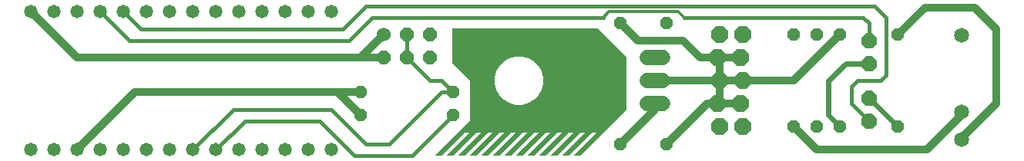
<source format=gbl>
G04 EAGLE Gerber RS-274X export*
G75*
%MOMM*%
%FSLAX34Y34*%
%LPD*%
%INBottom Copper*%
%IPPOS*%
%AMOC8*
5,1,8,0,0,1.08239X$1,22.5*%
G01*
%ADD10P,1.429621X8X202.500000*%
%ADD11P,1.429621X8X22.500000*%
%ADD12P,1.814519X8X292.500000*%
%ADD13C,1.676400*%
%ADD14P,1.429621X8X292.500000*%
%ADD15P,1.429621X8X112.500000*%
%ADD16C,1.473200*%
%ADD17C,1.650000*%
%ADD18P,2.034460X8X112.500000*%
%ADD19C,1.524000*%
%ADD20P,1.649562X8X22.500000*%
%ADD21P,1.814519X8X112.500000*%
%ADD22C,0.812800*%
%ADD23C,0.609600*%
%ADD24C,0.406400*%
%ADD25C,0.304800*%

G36*
X469908Y12194D02*
X469908Y12194D01*
X469915Y12193D01*
X470005Y12214D01*
X470097Y12232D01*
X470103Y12237D01*
X470111Y12239D01*
X470259Y12341D01*
X495510Y37593D01*
X500425Y37593D01*
X475891Y13059D01*
X475890Y13056D01*
X475888Y13055D01*
X475835Y12974D01*
X475780Y12892D01*
X475780Y12889D01*
X475778Y12887D01*
X475761Y12791D01*
X475743Y12695D01*
X475743Y12692D01*
X475743Y12690D01*
X475764Y12593D01*
X475784Y12499D01*
X475786Y12497D01*
X475786Y12494D01*
X475843Y12414D01*
X475899Y12334D01*
X475901Y12333D01*
X475902Y12331D01*
X475985Y12279D01*
X476068Y12227D01*
X476070Y12226D01*
X476073Y12225D01*
X476250Y12193D01*
X482600Y12193D01*
X482608Y12194D01*
X482615Y12193D01*
X482705Y12214D01*
X482797Y12232D01*
X482803Y12237D01*
X482811Y12239D01*
X482959Y12341D01*
X508210Y37593D01*
X513125Y37593D01*
X488591Y13059D01*
X488590Y13056D01*
X488588Y13055D01*
X488535Y12974D01*
X488480Y12892D01*
X488480Y12889D01*
X488478Y12887D01*
X488461Y12791D01*
X488443Y12695D01*
X488443Y12692D01*
X488443Y12690D01*
X488464Y12593D01*
X488484Y12499D01*
X488486Y12497D01*
X488486Y12494D01*
X488543Y12414D01*
X488599Y12334D01*
X488601Y12333D01*
X488602Y12331D01*
X488685Y12279D01*
X488768Y12227D01*
X488770Y12226D01*
X488773Y12225D01*
X488950Y12193D01*
X495300Y12193D01*
X495308Y12194D01*
X495315Y12193D01*
X495405Y12214D01*
X495497Y12232D01*
X495503Y12237D01*
X495511Y12239D01*
X495659Y12341D01*
X520910Y37593D01*
X525825Y37593D01*
X501291Y13059D01*
X501290Y13056D01*
X501288Y13055D01*
X501235Y12974D01*
X501180Y12892D01*
X501180Y12889D01*
X501178Y12887D01*
X501161Y12791D01*
X501143Y12695D01*
X501143Y12692D01*
X501143Y12690D01*
X501164Y12593D01*
X501184Y12499D01*
X501186Y12497D01*
X501186Y12494D01*
X501243Y12414D01*
X501299Y12334D01*
X501301Y12333D01*
X501302Y12331D01*
X501385Y12279D01*
X501468Y12227D01*
X501470Y12226D01*
X501473Y12225D01*
X501650Y12193D01*
X508000Y12193D01*
X508008Y12194D01*
X508015Y12193D01*
X508105Y12214D01*
X508197Y12232D01*
X508203Y12237D01*
X508211Y12239D01*
X508359Y12341D01*
X533610Y37593D01*
X538525Y37593D01*
X513991Y13059D01*
X513990Y13056D01*
X513988Y13055D01*
X513935Y12974D01*
X513880Y12892D01*
X513880Y12889D01*
X513878Y12887D01*
X513861Y12791D01*
X513843Y12695D01*
X513843Y12692D01*
X513843Y12690D01*
X513864Y12593D01*
X513884Y12499D01*
X513886Y12497D01*
X513886Y12494D01*
X513943Y12414D01*
X513999Y12334D01*
X514001Y12333D01*
X514002Y12331D01*
X514085Y12279D01*
X514168Y12227D01*
X514170Y12226D01*
X514173Y12225D01*
X514350Y12193D01*
X520700Y12193D01*
X520708Y12194D01*
X520715Y12193D01*
X520805Y12214D01*
X520897Y12232D01*
X520903Y12237D01*
X520911Y12239D01*
X521059Y12341D01*
X546310Y37593D01*
X551225Y37593D01*
X526691Y13059D01*
X526690Y13056D01*
X526688Y13055D01*
X526635Y12974D01*
X526580Y12892D01*
X526580Y12889D01*
X526578Y12887D01*
X526561Y12791D01*
X526543Y12695D01*
X526543Y12692D01*
X526543Y12690D01*
X526564Y12593D01*
X526584Y12499D01*
X526586Y12497D01*
X526586Y12494D01*
X526643Y12414D01*
X526699Y12334D01*
X526701Y12333D01*
X526702Y12331D01*
X526785Y12279D01*
X526868Y12227D01*
X526870Y12226D01*
X526873Y12225D01*
X527050Y12193D01*
X533400Y12193D01*
X533408Y12194D01*
X533415Y12193D01*
X533505Y12214D01*
X533597Y12232D01*
X533603Y12237D01*
X533611Y12239D01*
X533759Y12341D01*
X559010Y37593D01*
X563925Y37593D01*
X539391Y13059D01*
X539390Y13056D01*
X539388Y13055D01*
X539335Y12974D01*
X539280Y12892D01*
X539280Y12889D01*
X539278Y12887D01*
X539261Y12791D01*
X539243Y12695D01*
X539243Y12692D01*
X539243Y12690D01*
X539264Y12593D01*
X539284Y12499D01*
X539286Y12497D01*
X539286Y12494D01*
X539343Y12414D01*
X539399Y12334D01*
X539401Y12333D01*
X539402Y12331D01*
X539485Y12279D01*
X539568Y12227D01*
X539570Y12226D01*
X539573Y12225D01*
X539750Y12193D01*
X546100Y12193D01*
X546108Y12194D01*
X546115Y12193D01*
X546205Y12214D01*
X546297Y12232D01*
X546303Y12237D01*
X546311Y12239D01*
X546459Y12341D01*
X571710Y37593D01*
X576625Y37593D01*
X552091Y13059D01*
X552090Y13056D01*
X552088Y13055D01*
X552035Y12974D01*
X551980Y12892D01*
X551980Y12889D01*
X551978Y12887D01*
X551961Y12791D01*
X551943Y12695D01*
X551943Y12692D01*
X551943Y12690D01*
X551964Y12593D01*
X551984Y12499D01*
X551986Y12497D01*
X551986Y12494D01*
X552043Y12414D01*
X552099Y12334D01*
X552101Y12333D01*
X552102Y12331D01*
X552185Y12279D01*
X552268Y12227D01*
X552270Y12226D01*
X552273Y12225D01*
X552450Y12193D01*
X558800Y12193D01*
X558808Y12194D01*
X558815Y12193D01*
X558905Y12214D01*
X558997Y12232D01*
X559003Y12237D01*
X559011Y12239D01*
X559159Y12341D01*
X584410Y37593D01*
X589325Y37593D01*
X564791Y13059D01*
X564790Y13056D01*
X564788Y13055D01*
X564735Y12974D01*
X564680Y12892D01*
X564680Y12889D01*
X564678Y12887D01*
X564661Y12791D01*
X564643Y12695D01*
X564643Y12692D01*
X564643Y12690D01*
X564664Y12593D01*
X564684Y12499D01*
X564686Y12497D01*
X564686Y12494D01*
X564743Y12414D01*
X564799Y12334D01*
X564801Y12333D01*
X564802Y12331D01*
X564885Y12279D01*
X564968Y12227D01*
X564970Y12226D01*
X564973Y12225D01*
X565150Y12193D01*
X571500Y12193D01*
X571508Y12194D01*
X571515Y12193D01*
X571605Y12214D01*
X571697Y12232D01*
X571703Y12237D01*
X571711Y12239D01*
X571859Y12341D01*
X597110Y37593D01*
X602025Y37593D01*
X577491Y13059D01*
X577490Y13056D01*
X577488Y13055D01*
X577435Y12974D01*
X577380Y12892D01*
X577380Y12889D01*
X577378Y12887D01*
X577361Y12791D01*
X577343Y12695D01*
X577343Y12692D01*
X577343Y12690D01*
X577364Y12593D01*
X577384Y12499D01*
X577386Y12497D01*
X577386Y12494D01*
X577443Y12414D01*
X577499Y12334D01*
X577501Y12333D01*
X577502Y12331D01*
X577585Y12279D01*
X577668Y12227D01*
X577670Y12226D01*
X577673Y12225D01*
X577850Y12193D01*
X584200Y12193D01*
X584208Y12194D01*
X584215Y12193D01*
X584305Y12214D01*
X584397Y12232D01*
X584403Y12237D01*
X584411Y12239D01*
X584559Y12341D01*
X609810Y37593D01*
X614725Y37593D01*
X590191Y13059D01*
X590190Y13056D01*
X590188Y13055D01*
X590135Y12974D01*
X590080Y12892D01*
X590080Y12889D01*
X590078Y12887D01*
X590061Y12791D01*
X590043Y12695D01*
X590043Y12692D01*
X590043Y12690D01*
X590064Y12593D01*
X590084Y12499D01*
X590086Y12497D01*
X590086Y12494D01*
X590143Y12414D01*
X590199Y12334D01*
X590201Y12333D01*
X590202Y12331D01*
X590285Y12279D01*
X590368Y12227D01*
X590370Y12226D01*
X590373Y12225D01*
X590550Y12193D01*
X596900Y12193D01*
X596908Y12194D01*
X596915Y12193D01*
X597005Y12214D01*
X597097Y12232D01*
X597103Y12237D01*
X597111Y12239D01*
X597259Y12341D01*
X622510Y37593D01*
X627425Y37593D01*
X602891Y13059D01*
X602890Y13056D01*
X602888Y13055D01*
X602835Y12974D01*
X602780Y12892D01*
X602780Y12889D01*
X602778Y12887D01*
X602761Y12791D01*
X602743Y12695D01*
X602743Y12692D01*
X602743Y12690D01*
X602764Y12593D01*
X602784Y12499D01*
X602786Y12497D01*
X602786Y12494D01*
X602843Y12414D01*
X602899Y12334D01*
X602901Y12333D01*
X602902Y12331D01*
X602985Y12279D01*
X603068Y12227D01*
X603070Y12226D01*
X603073Y12225D01*
X603250Y12193D01*
X609600Y12193D01*
X609608Y12194D01*
X609615Y12193D01*
X609705Y12214D01*
X609797Y12232D01*
X609803Y12237D01*
X609811Y12239D01*
X609959Y12341D01*
X635210Y37593D01*
X640125Y37593D01*
X615591Y13059D01*
X615590Y13056D01*
X615588Y13055D01*
X615535Y12974D01*
X615480Y12892D01*
X615480Y12889D01*
X615478Y12887D01*
X615461Y12791D01*
X615443Y12695D01*
X615443Y12692D01*
X615443Y12690D01*
X615464Y12593D01*
X615484Y12499D01*
X615486Y12497D01*
X615486Y12494D01*
X615543Y12414D01*
X615599Y12334D01*
X615601Y12333D01*
X615602Y12331D01*
X615685Y12279D01*
X615768Y12227D01*
X615770Y12226D01*
X615773Y12225D01*
X615950Y12193D01*
X622300Y12193D01*
X622308Y12194D01*
X622315Y12193D01*
X622405Y12214D01*
X622497Y12232D01*
X622503Y12237D01*
X622511Y12239D01*
X622659Y12341D01*
X673459Y63141D01*
X673463Y63148D01*
X673469Y63152D01*
X673518Y63231D01*
X673570Y63308D01*
X673571Y63316D01*
X673575Y63323D01*
X673607Y63500D01*
X673607Y120650D01*
X673606Y120658D01*
X673607Y120665D01*
X673586Y120755D01*
X673568Y120847D01*
X673563Y120853D01*
X673561Y120861D01*
X673459Y121009D01*
X641709Y152759D01*
X641702Y152763D01*
X641698Y152769D01*
X641619Y152818D01*
X641542Y152870D01*
X641534Y152871D01*
X641527Y152875D01*
X641350Y152907D01*
X482600Y152907D01*
X482595Y152906D01*
X482590Y152907D01*
X482497Y152886D01*
X482404Y152868D01*
X482399Y152865D01*
X482394Y152864D01*
X482316Y152808D01*
X482238Y152755D01*
X482235Y152751D01*
X482231Y152748D01*
X482180Y152666D01*
X482128Y152587D01*
X482128Y152582D01*
X482125Y152577D01*
X482093Y152400D01*
X482093Y114300D01*
X482094Y114292D01*
X482093Y114285D01*
X482114Y114195D01*
X482132Y114104D01*
X482137Y114097D01*
X482139Y114089D01*
X482241Y113941D01*
X501143Y95040D01*
X501143Y51010D01*
X463191Y13059D01*
X463190Y13056D01*
X463188Y13055D01*
X463135Y12974D01*
X463080Y12892D01*
X463080Y12889D01*
X463078Y12887D01*
X463061Y12791D01*
X463043Y12695D01*
X463043Y12692D01*
X463043Y12690D01*
X463064Y12593D01*
X463084Y12499D01*
X463086Y12497D01*
X463086Y12494D01*
X463143Y12414D01*
X463199Y12334D01*
X463201Y12333D01*
X463202Y12331D01*
X463285Y12279D01*
X463368Y12227D01*
X463370Y12226D01*
X463373Y12225D01*
X463550Y12193D01*
X469900Y12193D01*
X469908Y12194D01*
G37*
%LPC*%
G36*
X551479Y68579D02*
X551479Y68579D01*
X544695Y70397D01*
X538614Y73908D01*
X533648Y78874D01*
X530137Y84955D01*
X528319Y91739D01*
X528319Y98761D01*
X530137Y105545D01*
X533648Y111626D01*
X538614Y116592D01*
X544695Y120103D01*
X551479Y121921D01*
X558501Y121921D01*
X565285Y120103D01*
X571366Y116592D01*
X576332Y111626D01*
X579843Y105545D01*
X581661Y98761D01*
X581661Y91739D01*
X579843Y84955D01*
X576332Y78874D01*
X571366Y73908D01*
X565285Y70397D01*
X558501Y68579D01*
X551479Y68579D01*
G37*
%LPD*%
D10*
X717550Y158750D03*
X666750Y158750D03*
D11*
X666750Y25400D03*
X717550Y25400D03*
D12*
X939800Y139700D03*
X939800Y114300D03*
D13*
X713232Y120650D02*
X696468Y120650D01*
X696468Y95250D02*
X713232Y95250D01*
X713232Y69850D02*
X696468Y69850D01*
D11*
X381000Y82550D03*
X482600Y82550D03*
X381000Y57150D03*
X482600Y57150D03*
D14*
X882650Y146050D03*
X882650Y44450D03*
D15*
X857250Y44450D03*
X857250Y146050D03*
D14*
X908050Y146050D03*
X908050Y44450D03*
D16*
X19050Y171450D03*
X44450Y171450D03*
X69850Y171450D03*
X95250Y171450D03*
X120650Y171450D03*
X146050Y171450D03*
X171450Y171450D03*
X196850Y171450D03*
X222250Y171450D03*
X247650Y171450D03*
X273050Y171450D03*
X298450Y171450D03*
X323850Y171450D03*
X349250Y171450D03*
X349250Y19050D03*
X323850Y19050D03*
X298450Y19050D03*
X273050Y19050D03*
X247650Y19050D03*
X222250Y19050D03*
X196850Y19050D03*
X171450Y19050D03*
X146050Y19050D03*
X120650Y19050D03*
X95250Y19050D03*
X69850Y19050D03*
X44450Y19050D03*
X19050Y19050D03*
D17*
X1041400Y145250D03*
X1041400Y60250D03*
X1041400Y30250D03*
D18*
X775970Y44450D03*
X773430Y69850D03*
X775970Y95250D03*
X773430Y120650D03*
X775970Y146050D03*
X801370Y44450D03*
X798830Y69850D03*
X801370Y95250D03*
X798830Y120650D03*
X801370Y146050D03*
D19*
X406400Y146050D03*
D20*
X431800Y146050D03*
X457200Y146050D03*
X406400Y120650D03*
X431800Y120650D03*
X457200Y120650D03*
D21*
X939800Y50800D03*
X939800Y76200D03*
D14*
X971550Y146050D03*
X971550Y44450D03*
D22*
X775970Y95250D02*
X704850Y95250D01*
X762000Y69850D02*
X773430Y69850D01*
X685800Y139700D02*
X666750Y158750D01*
X754380Y120650D02*
X773430Y120650D01*
X754380Y120650D02*
X735330Y139700D01*
X685800Y139700D01*
X406400Y120650D02*
X381000Y120650D01*
X69850Y120650D01*
X19050Y171450D01*
X381000Y120650D02*
X406400Y146050D01*
X773430Y120650D02*
X798830Y120650D01*
X775970Y118110D02*
X773430Y120650D01*
X775970Y118110D02*
X775970Y95250D01*
X801370Y95250D01*
X775970Y95250D02*
X775970Y72390D01*
X773430Y69850D01*
X798830Y69850D01*
X801370Y95250D02*
X857250Y95250D01*
X908050Y146050D01*
X762000Y69850D02*
X717550Y25400D01*
X1041400Y30250D02*
X1041400Y31750D01*
X1079500Y69850D01*
X1079500Y152400D01*
X1055724Y176176D01*
X1001676Y176176D02*
X971550Y146050D01*
X1001676Y176176D02*
X1055724Y176176D01*
X381000Y57150D02*
X355600Y82550D01*
X133350Y82550D01*
X69850Y19050D01*
X355600Y82550D02*
X381000Y82550D01*
D23*
X914400Y114300D02*
X939800Y114300D01*
X914400Y114300D02*
X895350Y95250D01*
X895350Y57150D01*
X908050Y44450D01*
D24*
X127000Y139700D02*
X95250Y171450D01*
X368300Y139700D02*
X393700Y165100D01*
X368300Y139700D02*
X127000Y139700D01*
X393700Y165100D02*
X647700Y165100D01*
D25*
X654050Y171450D01*
X730250Y171450D01*
X736600Y165100D01*
D24*
X933450Y165100D01*
X939800Y158750D02*
X939800Y139700D01*
X939800Y158750D02*
X933450Y165100D01*
D22*
X704850Y63500D02*
X666750Y25400D01*
X704850Y63500D02*
X704850Y69850D01*
D24*
X438150Y12700D02*
X374650Y12700D01*
X438150Y12700D02*
X482600Y57150D01*
X254000Y50800D02*
X222250Y19050D01*
X254000Y50800D02*
X336550Y50800D01*
X374650Y12700D01*
X241300Y63500D02*
X196850Y19050D01*
X349250Y63500D02*
X387350Y25400D01*
X412750Y25400D01*
X469900Y82550D01*
X482600Y82550D01*
X349250Y63500D02*
X241300Y63500D01*
X469900Y95250D02*
X482600Y82550D01*
X469900Y95250D02*
X457200Y95250D01*
X431800Y120650D01*
X431800Y146050D01*
D22*
X857250Y44450D02*
X882650Y19050D01*
X1003300Y19050D01*
X1041400Y57150D01*
X1041400Y60250D01*
D23*
X971550Y44450D02*
X939800Y76200D01*
D24*
X139700Y152400D02*
X120650Y171450D01*
X139700Y152400D02*
X361950Y152400D01*
X387350Y177800D01*
X946150Y177800D01*
X958850Y165100D01*
X958850Y101600D01*
X952500Y95250D01*
X927100Y95250D01*
X920750Y69850D02*
X939800Y50800D01*
X920750Y88900D02*
X927100Y95250D01*
X920750Y88900D02*
X920750Y69850D01*
M02*

</source>
